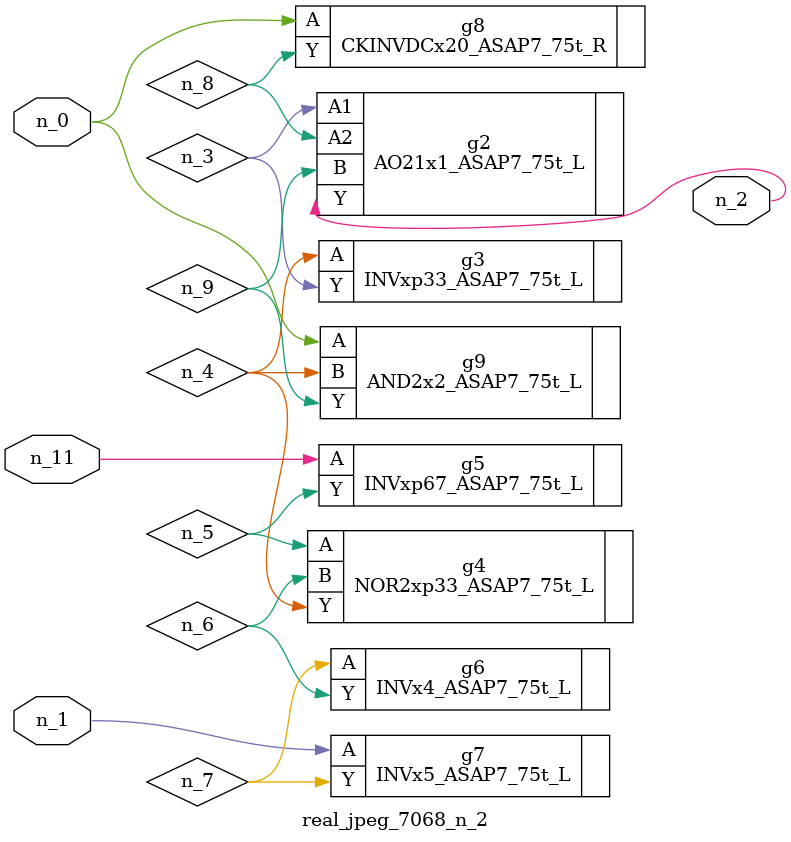
<source format=v>
module real_jpeg_7068_n_2 (n_1, n_11, n_0, n_2);

input n_1;
input n_11;
input n_0;

output n_2;

wire n_5;
wire n_8;
wire n_4;
wire n_6;
wire n_7;
wire n_3;
wire n_9;

CKINVDCx20_ASAP7_75t_R g8 ( 
.A(n_0),
.Y(n_8)
);

AND2x2_ASAP7_75t_L g9 ( 
.A(n_0),
.B(n_4),
.Y(n_9)
);

INVx5_ASAP7_75t_L g7 ( 
.A(n_1),
.Y(n_7)
);

AO21x1_ASAP7_75t_L g2 ( 
.A1(n_3),
.A2(n_8),
.B(n_9),
.Y(n_2)
);

INVxp33_ASAP7_75t_L g3 ( 
.A(n_4),
.Y(n_3)
);

NOR2xp33_ASAP7_75t_L g4 ( 
.A(n_5),
.B(n_6),
.Y(n_4)
);

INVx4_ASAP7_75t_L g6 ( 
.A(n_7),
.Y(n_6)
);

INVxp67_ASAP7_75t_L g5 ( 
.A(n_11),
.Y(n_5)
);


endmodule
</source>
